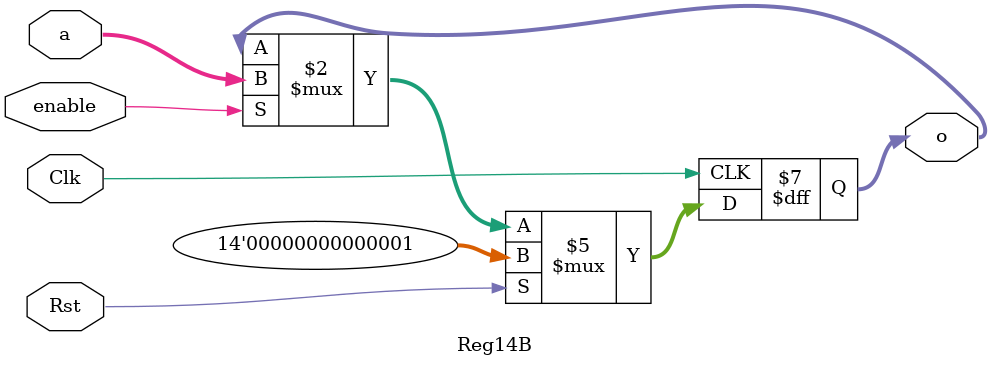
<source format=v>

`timescale 1ns/1ns
module Reg14B( a
              ,o
              ,Rst
              ,Clk
              ,enable);
  input[13:0]
           a;
  input 
          Rst;
  input   
          enable;
  input 
          Clk;
  output reg[13:0] 
          o;
  
  always@(posedge Clk)
  begin
    if(Rst)
        o <= 1;
      
      
    else if(enable)     
        o <= a;
      
    end
    
  endmodule


</source>
